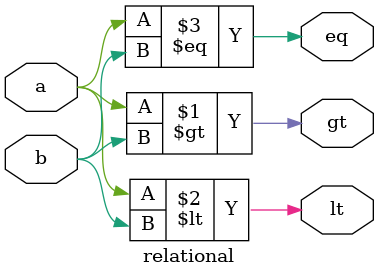
<source format=v>
module relational (
    a,
    b,
    gt,
    lt,
    eq
);
    input a, b;
    output gt, lt, eq;

    assign gt = a > b;
    assign lt = a < b;
    assign eq = a == b;

endmodule

</source>
